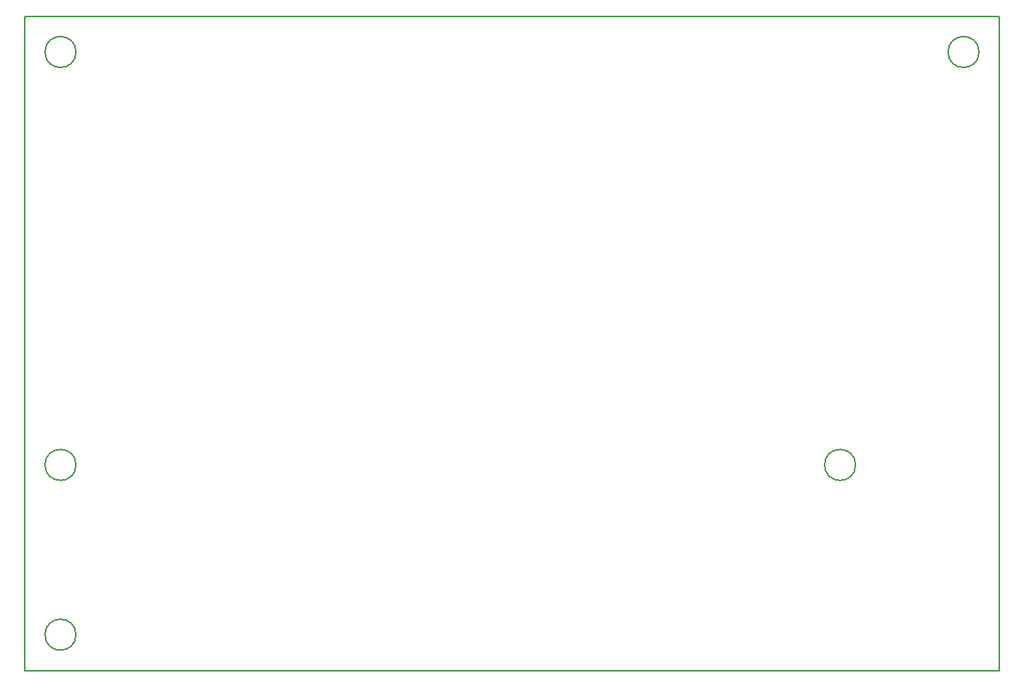
<source format=gbr>
G04 #@! TF.FileFunction,Profile,NP*
%FSLAX46Y46*%
G04 Gerber Fmt 4.6, Leading zero omitted, Abs format (unit mm)*
G04 Created by KiCad (PCBNEW 4.0.7+dfsg1-1~bpo8+1) date Thu Sep  6 01:00:45 2018*
%MOMM*%
%LPD*%
G01*
G04 APERTURE LIST*
%ADD10C,0.100000*%
%ADD11C,0.150000*%
G04 APERTURE END LIST*
D10*
D11*
X145750714Y-88100000D02*
G75*
G03X145750714Y-88100000I-1750714J0D01*
G01*
X233800000Y-88100000D02*
G75*
G03X233800000Y-88100000I-1750714J0D01*
G01*
X247750000Y-41400000D02*
G75*
G03X247750000Y-41400000I-1750714J0D01*
G01*
X145750714Y-41400000D02*
G75*
G03X145750714Y-41400000I-1750714J0D01*
G01*
X145750714Y-107300000D02*
G75*
G03X145750714Y-107300000I-1750714J0D01*
G01*
X250000000Y-37400000D02*
X140000000Y-37400000D01*
X250000000Y-111400000D02*
X250000000Y-37400000D01*
X140000000Y-111400000D02*
X250000000Y-111400000D01*
X140000000Y-37400000D02*
X140000000Y-111400000D01*
M02*

</source>
